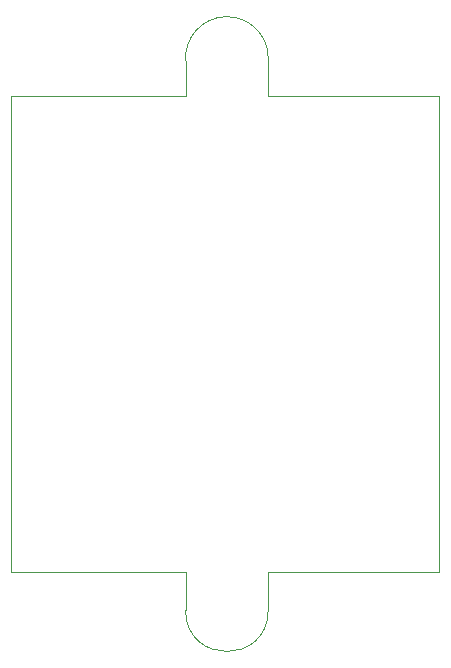
<source format=gbr>
%TF.GenerationSoftware,KiCad,Pcbnew,(5.1.8-0-10_14)*%
%TF.CreationDate,2020-12-27T09:30:55+11:00*%
%TF.ProjectId,Open-JIP(KiCad)_T3.2,4f70656e-2d4a-4495-9028-4b6943616429,rev?*%
%TF.SameCoordinates,Original*%
%TF.FileFunction,Profile,NP*%
%FSLAX46Y46*%
G04 Gerber Fmt 4.6, Leading zero omitted, Abs format (unit mm)*
G04 Created by KiCad (PCBNEW (5.1.8-0-10_14)) date 2020-12-27 09:30:55*
%MOMM*%
%LPD*%
G01*
G04 APERTURE LIST*
%TA.AperFunction,Profile*%
%ADD10C,0.100000*%
%TD*%
G04 APERTURE END LIST*
D10*
X101750000Y-73500000D02*
X116500000Y-73500000D01*
X101750000Y-33250000D02*
X101750000Y-73500000D01*
X116500000Y-33250000D02*
X101750000Y-33250000D01*
X138000000Y-33250000D02*
X123500000Y-33250000D01*
X138000000Y-73500000D02*
X138000000Y-33250000D01*
X137750000Y-73500000D02*
X138000000Y-73500000D01*
X123500000Y-73500000D02*
X137750000Y-73500000D01*
X123500000Y-76750000D02*
X123500000Y-73500000D01*
X116500000Y-76750000D02*
X116500000Y-73500000D01*
X116507752Y-30232817D02*
X116500000Y-33250000D01*
X123500000Y-30000000D02*
X123500000Y-33250000D01*
X116507752Y-30232817D02*
G75*
G02*
X123500000Y-30000000I3492248J232817D01*
G01*
X123500000Y-76750000D02*
G75*
G02*
X116500000Y-76750000I-3500000J0D01*
G01*
M02*

</source>
